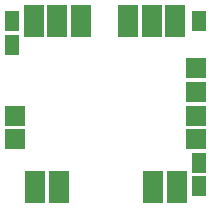
<source format=gts>
%FSTAX25Y25*%
%MOIN*%
%SFA1B1*%

%IPPOS*%
%ADD18R,0.067060X0.106420*%
%ADD19R,0.047370X0.067060*%
%ADD20R,0.067060X0.067060*%
%LNrfm69c_to_rfm69hc-1*%
%LPD*%
G54D18*
X0107972Y0163583D03*
X0115846D03*
X012372D03*
X0139468D03*
X0147342D03*
X0155216D03*
X0155709Y0108071D03*
X0147835D03*
X0116339D03*
X0108465D03*
G54D19*
X0162992Y0163386D03*
Y0116142D03*
Y0108268D03*
X0100787Y0155512D03*
Y0163386D03*
G54D20*
X0162008Y0147638D03*
Y0139764D03*
Y013189D03*
Y0124016D03*
X0101771D03*
Y013189D03*
M02*
</source>
